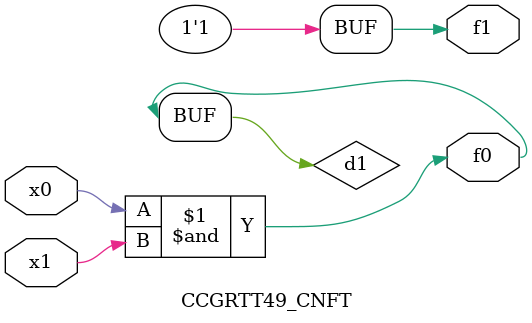
<source format=v>
module CCGRTT49_CNFT(
	input x0, x1,
	output f0, f1
);

	wire d1;

	assign f0 = d1;
	and (d1, x0, x1);
	assign f1 = 1'b1;
endmodule

</source>
